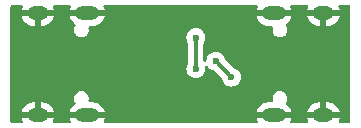
<source format=gbl>
G04 #@! TF.GenerationSoftware,KiCad,Pcbnew,8.0.4*
G04 #@! TF.CreationDate,2024-12-01T16:30:53-06:00*
G04 #@! TF.ProjectId,SuzyQ,53757a79-512e-46b6-9963-61645f706362,1.0*
G04 #@! TF.SameCoordinates,Original*
G04 #@! TF.FileFunction,Copper,L2,Bot*
G04 #@! TF.FilePolarity,Positive*
%FSLAX46Y46*%
G04 Gerber Fmt 4.6, Leading zero omitted, Abs format (unit mm)*
G04 Created by KiCad (PCBNEW 8.0.4) date 2024-12-01 16:30:53*
%MOMM*%
%LPD*%
G01*
G04 APERTURE LIST*
G04 #@! TA.AperFunction,ComponentPad*
%ADD10O,1.800000X1.200000*%
G04 #@! TD*
G04 #@! TA.AperFunction,ComponentPad*
%ADD11O,2.000000X1.200000*%
G04 #@! TD*
G04 #@! TA.AperFunction,ViaPad*
%ADD12C,0.600000*%
G04 #@! TD*
G04 #@! TA.AperFunction,Conductor*
%ADD13C,0.300000*%
G04 #@! TD*
G04 APERTURE END LIST*
D10*
X136000000Y-91830000D03*
X136000000Y-83170000D03*
D11*
X131820000Y-83170000D03*
X131820000Y-91830000D03*
X116010000Y-83170000D03*
X116010000Y-91830000D03*
D10*
X111830000Y-91830000D03*
X111830000Y-83170000D03*
D12*
X126900000Y-87250000D03*
X128200000Y-88600000D03*
X125200000Y-85250000D03*
X125200000Y-87900000D03*
D13*
X125200000Y-87900000D02*
X125200000Y-85250000D01*
X128200000Y-88600000D02*
X128200000Y-88550000D01*
X128200000Y-88550000D02*
X126900000Y-87250000D01*
G04 #@! TA.AperFunction,Conductor*
G36*
X110501258Y-82520185D02*
G01*
X110547013Y-82572989D01*
X110556957Y-82642147D01*
X110544704Y-82680795D01*
X110510591Y-82747744D01*
X110457085Y-82912415D01*
X110455884Y-82919999D01*
X110455885Y-82920000D01*
X111214316Y-82920000D01*
X111209921Y-82924395D01*
X111157260Y-83015606D01*
X111130001Y-83117339D01*
X111130001Y-83222661D01*
X111157260Y-83324394D01*
X111209921Y-83415605D01*
X111214316Y-83420000D01*
X110455885Y-83420000D01*
X110457085Y-83427584D01*
X110510591Y-83592255D01*
X110589195Y-83746524D01*
X110690967Y-83886602D01*
X110813397Y-84009032D01*
X110953475Y-84110804D01*
X111107742Y-84189408D01*
X111272415Y-84242914D01*
X111443429Y-84270000D01*
X111580000Y-84270000D01*
X111580000Y-83569999D01*
X112080000Y-83569999D01*
X112080000Y-84270000D01*
X112216571Y-84270000D01*
X112387584Y-84242914D01*
X112552257Y-84189408D01*
X112706524Y-84110804D01*
X112846602Y-84009032D01*
X112969032Y-83886602D01*
X113070804Y-83746524D01*
X113149408Y-83592255D01*
X113202914Y-83427584D01*
X113204115Y-83420000D01*
X112445684Y-83420000D01*
X112450079Y-83415605D01*
X112502740Y-83324394D01*
X112529999Y-83222661D01*
X112529999Y-83117339D01*
X112502740Y-83015606D01*
X112450079Y-82924395D01*
X112445684Y-82920000D01*
X113204115Y-82920000D01*
X113204115Y-82919999D01*
X113202914Y-82912415D01*
X113149408Y-82747744D01*
X113115296Y-82680795D01*
X113102400Y-82612126D01*
X113128676Y-82547386D01*
X113185782Y-82507128D01*
X113225781Y-82500500D01*
X114514219Y-82500500D01*
X114581258Y-82520185D01*
X114627013Y-82572989D01*
X114636957Y-82642147D01*
X114624704Y-82680795D01*
X114590591Y-82747744D01*
X114537085Y-82912415D01*
X114535884Y-82919999D01*
X114535885Y-82920000D01*
X115294304Y-82920000D01*
X115289909Y-82924395D01*
X115237248Y-83015606D01*
X115209989Y-83117339D01*
X115209989Y-83222661D01*
X115237248Y-83324394D01*
X115289909Y-83415605D01*
X115294304Y-83420000D01*
X114535885Y-83420000D01*
X114537085Y-83427584D01*
X114590591Y-83592255D01*
X114669195Y-83746524D01*
X114770967Y-83886602D01*
X114893401Y-84009036D01*
X114971427Y-84065724D01*
X115014094Y-84121054D01*
X115020073Y-84190667D01*
X115001646Y-84234933D01*
X114955691Y-84303709D01*
X114955687Y-84303716D01*
X114908538Y-84417545D01*
X114908535Y-84417555D01*
X114884500Y-84538389D01*
X114884500Y-84661610D01*
X114908535Y-84782444D01*
X114908538Y-84782454D01*
X114955687Y-84896283D01*
X114955692Y-84896292D01*
X115024141Y-84998732D01*
X115024144Y-84998736D01*
X115111263Y-85085855D01*
X115111267Y-85085858D01*
X115213707Y-85154307D01*
X115213713Y-85154310D01*
X115213714Y-85154311D01*
X115327548Y-85201463D01*
X115448389Y-85225499D01*
X115448393Y-85225500D01*
X115448394Y-85225500D01*
X115571607Y-85225500D01*
X115571608Y-85225499D01*
X115692452Y-85201463D01*
X115806286Y-85154311D01*
X115908733Y-85085858D01*
X115995858Y-84998733D01*
X116064311Y-84896286D01*
X116111463Y-84782452D01*
X116135500Y-84661606D01*
X116135500Y-84538394D01*
X116111591Y-84418191D01*
X116117818Y-84348599D01*
X116160682Y-84293422D01*
X116226571Y-84270178D01*
X116233208Y-84270000D01*
X116496571Y-84270000D01*
X116667584Y-84242914D01*
X116832257Y-84189408D01*
X116986524Y-84110804D01*
X117126602Y-84009032D01*
X117249032Y-83886602D01*
X117350804Y-83746524D01*
X117429408Y-83592255D01*
X117482914Y-83427584D01*
X117484115Y-83420000D01*
X116725696Y-83420000D01*
X116730091Y-83415605D01*
X116782752Y-83324394D01*
X116810011Y-83222661D01*
X116810011Y-83117339D01*
X116782752Y-83015606D01*
X116730091Y-82924395D01*
X116725696Y-82920000D01*
X117484115Y-82920000D01*
X117484115Y-82919999D01*
X117482914Y-82912415D01*
X117429408Y-82747744D01*
X117395296Y-82680795D01*
X117382400Y-82612126D01*
X117408676Y-82547386D01*
X117465782Y-82507128D01*
X117505781Y-82500500D01*
X130324219Y-82500500D01*
X130391258Y-82520185D01*
X130437013Y-82572989D01*
X130446957Y-82642147D01*
X130434704Y-82680795D01*
X130400591Y-82747744D01*
X130347085Y-82912415D01*
X130345884Y-82919999D01*
X130345885Y-82920000D01*
X131104329Y-82920000D01*
X131099934Y-82924395D01*
X131047273Y-83015606D01*
X131020014Y-83117339D01*
X131020014Y-83222661D01*
X131047273Y-83324394D01*
X131099934Y-83415605D01*
X131104329Y-83420000D01*
X130345885Y-83420000D01*
X130347085Y-83427584D01*
X130400591Y-83592255D01*
X130479195Y-83746524D01*
X130580967Y-83886602D01*
X130703397Y-84009032D01*
X130843475Y-84110804D01*
X130997742Y-84189408D01*
X131162415Y-84242914D01*
X131333429Y-84270000D01*
X131596792Y-84270000D01*
X131663831Y-84289685D01*
X131709586Y-84342489D01*
X131719530Y-84411647D01*
X131718409Y-84418191D01*
X131694500Y-84538389D01*
X131694500Y-84661610D01*
X131718535Y-84782444D01*
X131718538Y-84782454D01*
X131765687Y-84896283D01*
X131765692Y-84896292D01*
X131834141Y-84998732D01*
X131834144Y-84998736D01*
X131921263Y-85085855D01*
X131921267Y-85085858D01*
X132023707Y-85154307D01*
X132023713Y-85154310D01*
X132023714Y-85154311D01*
X132137548Y-85201463D01*
X132258389Y-85225499D01*
X132258393Y-85225500D01*
X132258394Y-85225500D01*
X132381607Y-85225500D01*
X132381608Y-85225499D01*
X132502452Y-85201463D01*
X132616286Y-85154311D01*
X132718733Y-85085858D01*
X132805858Y-84998733D01*
X132874311Y-84896286D01*
X132921463Y-84782452D01*
X132945500Y-84661606D01*
X132945500Y-84538394D01*
X132921463Y-84417548D01*
X132874311Y-84303714D01*
X132874308Y-84303709D01*
X132874307Y-84303707D01*
X132828354Y-84234934D01*
X132807476Y-84168257D01*
X132825960Y-84100876D01*
X132858572Y-84065724D01*
X132936598Y-84009036D01*
X133059032Y-83886602D01*
X133160804Y-83746524D01*
X133239408Y-83592255D01*
X133292914Y-83427584D01*
X133294115Y-83420000D01*
X132535671Y-83420000D01*
X132540066Y-83415605D01*
X132592727Y-83324394D01*
X132619986Y-83222661D01*
X132619986Y-83117339D01*
X132592727Y-83015606D01*
X132540066Y-82924395D01*
X132535671Y-82920000D01*
X133294115Y-82920000D01*
X133294115Y-82919999D01*
X133292914Y-82912415D01*
X133239408Y-82747744D01*
X133205296Y-82680795D01*
X133192400Y-82612126D01*
X133218676Y-82547386D01*
X133275782Y-82507128D01*
X133315781Y-82500500D01*
X134604219Y-82500500D01*
X134671258Y-82520185D01*
X134717013Y-82572989D01*
X134726957Y-82642147D01*
X134714704Y-82680795D01*
X134680591Y-82747744D01*
X134627085Y-82912415D01*
X134625884Y-82919999D01*
X134625885Y-82920000D01*
X135384316Y-82920000D01*
X135379921Y-82924395D01*
X135327260Y-83015606D01*
X135300001Y-83117339D01*
X135300001Y-83222661D01*
X135327260Y-83324394D01*
X135379921Y-83415605D01*
X135384316Y-83420000D01*
X134625885Y-83420000D01*
X134627085Y-83427584D01*
X134680591Y-83592255D01*
X134759195Y-83746524D01*
X134860967Y-83886602D01*
X134983397Y-84009032D01*
X135123475Y-84110804D01*
X135277742Y-84189408D01*
X135442415Y-84242914D01*
X135613429Y-84270000D01*
X135750000Y-84270000D01*
X135750000Y-83569999D01*
X136250000Y-83569999D01*
X136250000Y-84270000D01*
X136386571Y-84270000D01*
X136557584Y-84242914D01*
X136722257Y-84189408D01*
X136876524Y-84110804D01*
X137016602Y-84009032D01*
X137139032Y-83886602D01*
X137240804Y-83746524D01*
X137319408Y-83592255D01*
X137372914Y-83427584D01*
X137374115Y-83420000D01*
X136615684Y-83420000D01*
X136620079Y-83415605D01*
X136672740Y-83324394D01*
X136699999Y-83222661D01*
X136699999Y-83117339D01*
X136672740Y-83015606D01*
X136620079Y-82924395D01*
X136615684Y-82920000D01*
X137374115Y-82920000D01*
X137374115Y-82919999D01*
X137372914Y-82912415D01*
X137319408Y-82747744D01*
X137285296Y-82680795D01*
X137272400Y-82612126D01*
X137298676Y-82547386D01*
X137355782Y-82507128D01*
X137395781Y-82500500D01*
X138165500Y-82500500D01*
X138232539Y-82520185D01*
X138278294Y-82572989D01*
X138289500Y-82624500D01*
X138289500Y-92375500D01*
X138269815Y-92442539D01*
X138217011Y-92488294D01*
X138165500Y-92499500D01*
X137395781Y-92499500D01*
X137328742Y-92479815D01*
X137282987Y-92427011D01*
X137273043Y-92357853D01*
X137285296Y-92319205D01*
X137319408Y-92252255D01*
X137372914Y-92087584D01*
X137374115Y-92080000D01*
X136615684Y-92080000D01*
X136620079Y-92075605D01*
X136672740Y-91984394D01*
X136699999Y-91882661D01*
X136699999Y-91777339D01*
X136672740Y-91675606D01*
X136620079Y-91584395D01*
X136615684Y-91580000D01*
X137374115Y-91580000D01*
X137374115Y-91579999D01*
X137372914Y-91572415D01*
X137319408Y-91407744D01*
X137240804Y-91253475D01*
X137139032Y-91113397D01*
X137016602Y-90990967D01*
X136876524Y-90889195D01*
X136722257Y-90810591D01*
X136557584Y-90757085D01*
X136386571Y-90730000D01*
X136250000Y-90730000D01*
X136250000Y-91430001D01*
X135750000Y-91430001D01*
X135750000Y-90730000D01*
X135613429Y-90730000D01*
X135442415Y-90757085D01*
X135277742Y-90810591D01*
X135123475Y-90889195D01*
X134983397Y-90990967D01*
X134860967Y-91113397D01*
X134759195Y-91253475D01*
X134680591Y-91407744D01*
X134627085Y-91572415D01*
X134625884Y-91579999D01*
X134625885Y-91580000D01*
X135384316Y-91580000D01*
X135379921Y-91584395D01*
X135327260Y-91675606D01*
X135300001Y-91777339D01*
X135300001Y-91882661D01*
X135327260Y-91984394D01*
X135379921Y-92075605D01*
X135384316Y-92080000D01*
X134625885Y-92080000D01*
X134627085Y-92087584D01*
X134680591Y-92252255D01*
X134714704Y-92319205D01*
X134727600Y-92387874D01*
X134701324Y-92452614D01*
X134644218Y-92492872D01*
X134604219Y-92499500D01*
X133315781Y-92499500D01*
X133248742Y-92479815D01*
X133202987Y-92427011D01*
X133193043Y-92357853D01*
X133205296Y-92319205D01*
X133239408Y-92252255D01*
X133292914Y-92087584D01*
X133294115Y-92080000D01*
X132535696Y-92080000D01*
X132540091Y-92075605D01*
X132592752Y-91984394D01*
X132620011Y-91882661D01*
X132620011Y-91777339D01*
X132592752Y-91675606D01*
X132540091Y-91584395D01*
X132535696Y-91580000D01*
X133294115Y-91580000D01*
X133294115Y-91579999D01*
X133292914Y-91572415D01*
X133239408Y-91407744D01*
X133160804Y-91253475D01*
X133059032Y-91113397D01*
X132936602Y-90990967D01*
X132858571Y-90934275D01*
X132815905Y-90878945D01*
X132809926Y-90809332D01*
X132828354Y-90765065D01*
X132874311Y-90696286D01*
X132921463Y-90582452D01*
X132945500Y-90461606D01*
X132945500Y-90338394D01*
X132921463Y-90217548D01*
X132874311Y-90103714D01*
X132874310Y-90103713D01*
X132874307Y-90103707D01*
X132805858Y-90001267D01*
X132805855Y-90001263D01*
X132718736Y-89914144D01*
X132718732Y-89914141D01*
X132616292Y-89845692D01*
X132616283Y-89845687D01*
X132502454Y-89798538D01*
X132502455Y-89798538D01*
X132502452Y-89798537D01*
X132502448Y-89798536D01*
X132502444Y-89798535D01*
X132381610Y-89774500D01*
X132381606Y-89774500D01*
X132258394Y-89774500D01*
X132258389Y-89774500D01*
X132137555Y-89798535D01*
X132137545Y-89798538D01*
X132023716Y-89845687D01*
X132023707Y-89845692D01*
X131921267Y-89914141D01*
X131921263Y-89914144D01*
X131834144Y-90001263D01*
X131834141Y-90001267D01*
X131765692Y-90103707D01*
X131765687Y-90103716D01*
X131718538Y-90217545D01*
X131718535Y-90217555D01*
X131694500Y-90338389D01*
X131694500Y-90461610D01*
X131718409Y-90581809D01*
X131712182Y-90651401D01*
X131669318Y-90706578D01*
X131603429Y-90729822D01*
X131596792Y-90730000D01*
X131333429Y-90730000D01*
X131162415Y-90757085D01*
X130997742Y-90810591D01*
X130843475Y-90889195D01*
X130703397Y-90990967D01*
X130580967Y-91113397D01*
X130479195Y-91253475D01*
X130400591Y-91407744D01*
X130347085Y-91572415D01*
X130345884Y-91579999D01*
X130345885Y-91580000D01*
X131104304Y-91580000D01*
X131099909Y-91584395D01*
X131047248Y-91675606D01*
X131019989Y-91777339D01*
X131019989Y-91882661D01*
X131047248Y-91984394D01*
X131099909Y-92075605D01*
X131104304Y-92080000D01*
X130345885Y-92080000D01*
X130347085Y-92087584D01*
X130400591Y-92252255D01*
X130434704Y-92319205D01*
X130447600Y-92387874D01*
X130421324Y-92452614D01*
X130364218Y-92492872D01*
X130324219Y-92499500D01*
X117505781Y-92499500D01*
X117438742Y-92479815D01*
X117392987Y-92427011D01*
X117383043Y-92357853D01*
X117395296Y-92319205D01*
X117429408Y-92252255D01*
X117482914Y-92087584D01*
X117484115Y-92080000D01*
X116725671Y-92080000D01*
X116730066Y-92075605D01*
X116782727Y-91984394D01*
X116809986Y-91882661D01*
X116809986Y-91777339D01*
X116782727Y-91675606D01*
X116730066Y-91584395D01*
X116725671Y-91580000D01*
X117484115Y-91580000D01*
X117484115Y-91579999D01*
X117482914Y-91572415D01*
X117429408Y-91407744D01*
X117350804Y-91253475D01*
X117249032Y-91113397D01*
X117126602Y-90990967D01*
X116986524Y-90889195D01*
X116832257Y-90810591D01*
X116667584Y-90757085D01*
X116496571Y-90730000D01*
X116233208Y-90730000D01*
X116166169Y-90710315D01*
X116120414Y-90657511D01*
X116110470Y-90588353D01*
X116111591Y-90581809D01*
X116135499Y-90461610D01*
X116135500Y-90461607D01*
X116135500Y-90338393D01*
X116135499Y-90338389D01*
X116111464Y-90217555D01*
X116111463Y-90217548D01*
X116064311Y-90103714D01*
X116064310Y-90103713D01*
X116064307Y-90103707D01*
X115995858Y-90001267D01*
X115995855Y-90001263D01*
X115908736Y-89914144D01*
X115908732Y-89914141D01*
X115806292Y-89845692D01*
X115806283Y-89845687D01*
X115692454Y-89798538D01*
X115692455Y-89798538D01*
X115692452Y-89798537D01*
X115692448Y-89798536D01*
X115692444Y-89798535D01*
X115571610Y-89774500D01*
X115571606Y-89774500D01*
X115448394Y-89774500D01*
X115448389Y-89774500D01*
X115327555Y-89798535D01*
X115327545Y-89798538D01*
X115213716Y-89845687D01*
X115213707Y-89845692D01*
X115111267Y-89914141D01*
X115111263Y-89914144D01*
X115024144Y-90001263D01*
X115024141Y-90001267D01*
X114955692Y-90103707D01*
X114955687Y-90103716D01*
X114908538Y-90217545D01*
X114908535Y-90217555D01*
X114884500Y-90338389D01*
X114884500Y-90461610D01*
X114908535Y-90582444D01*
X114908538Y-90582454D01*
X114955687Y-90696283D01*
X114955692Y-90696292D01*
X115001645Y-90765065D01*
X115022523Y-90831743D01*
X115004038Y-90899123D01*
X114971428Y-90934274D01*
X114893404Y-90990961D01*
X114893399Y-90990965D01*
X114770967Y-91113397D01*
X114669195Y-91253475D01*
X114590591Y-91407744D01*
X114537085Y-91572415D01*
X114535884Y-91579999D01*
X114535885Y-91580000D01*
X115294329Y-91580000D01*
X115289934Y-91584395D01*
X115237273Y-91675606D01*
X115210014Y-91777339D01*
X115210014Y-91882661D01*
X115237273Y-91984394D01*
X115289934Y-92075605D01*
X115294329Y-92080000D01*
X114535885Y-92080000D01*
X114537085Y-92087584D01*
X114590591Y-92252255D01*
X114624704Y-92319205D01*
X114637600Y-92387874D01*
X114611324Y-92452614D01*
X114554218Y-92492872D01*
X114514219Y-92499500D01*
X113225781Y-92499500D01*
X113158742Y-92479815D01*
X113112987Y-92427011D01*
X113103043Y-92357853D01*
X113115296Y-92319205D01*
X113149408Y-92252255D01*
X113202914Y-92087584D01*
X113204115Y-92080000D01*
X112445684Y-92080000D01*
X112450079Y-92075605D01*
X112502740Y-91984394D01*
X112529999Y-91882661D01*
X112529999Y-91777339D01*
X112502740Y-91675606D01*
X112450079Y-91584395D01*
X112445684Y-91580000D01*
X113204115Y-91580000D01*
X113204115Y-91579999D01*
X113202914Y-91572415D01*
X113149408Y-91407744D01*
X113070804Y-91253475D01*
X112969032Y-91113397D01*
X112846602Y-90990967D01*
X112706524Y-90889195D01*
X112552257Y-90810591D01*
X112387584Y-90757085D01*
X112216571Y-90730000D01*
X112080000Y-90730000D01*
X112080000Y-91430001D01*
X111580000Y-91430001D01*
X111580000Y-90730000D01*
X111443429Y-90730000D01*
X111272415Y-90757085D01*
X111107742Y-90810591D01*
X110953475Y-90889195D01*
X110813397Y-90990967D01*
X110690967Y-91113397D01*
X110589195Y-91253475D01*
X110510591Y-91407744D01*
X110457085Y-91572415D01*
X110455884Y-91579999D01*
X110455885Y-91580000D01*
X111214316Y-91580000D01*
X111209921Y-91584395D01*
X111157260Y-91675606D01*
X111130001Y-91777339D01*
X111130001Y-91882661D01*
X111157260Y-91984394D01*
X111209921Y-92075605D01*
X111214316Y-92080000D01*
X110455885Y-92080000D01*
X110457085Y-92087584D01*
X110510591Y-92252255D01*
X110544704Y-92319205D01*
X110557600Y-92387874D01*
X110531324Y-92452614D01*
X110474218Y-92492872D01*
X110434219Y-92499500D01*
X109624500Y-92499500D01*
X109557461Y-92479815D01*
X109511706Y-92427011D01*
X109500500Y-92375500D01*
X109500500Y-85249996D01*
X124394435Y-85249996D01*
X124394435Y-85250003D01*
X124414630Y-85429249D01*
X124414631Y-85429254D01*
X124474211Y-85599524D01*
X124530493Y-85689094D01*
X124549500Y-85755067D01*
X124549500Y-87394931D01*
X124530494Y-87460903D01*
X124474211Y-87550477D01*
X124474209Y-87550481D01*
X124414633Y-87720737D01*
X124414630Y-87720750D01*
X124394435Y-87899996D01*
X124394435Y-87900003D01*
X124414630Y-88079249D01*
X124414631Y-88079254D01*
X124474211Y-88249523D01*
X124570184Y-88402262D01*
X124697738Y-88529816D01*
X124850478Y-88625789D01*
X125020745Y-88685368D01*
X125020750Y-88685369D01*
X125199996Y-88705565D01*
X125200000Y-88705565D01*
X125200004Y-88705565D01*
X125379249Y-88685369D01*
X125379252Y-88685368D01*
X125379255Y-88685368D01*
X125549522Y-88625789D01*
X125702262Y-88529816D01*
X125829816Y-88402262D01*
X125925789Y-88249522D01*
X125985368Y-88079255D01*
X125997026Y-87975788D01*
X126005565Y-87900003D01*
X126005565Y-87899997D01*
X125988291Y-87746689D01*
X126000345Y-87677867D01*
X126047694Y-87626487D01*
X126115305Y-87608863D01*
X126181710Y-87630589D01*
X126216504Y-87666832D01*
X126270182Y-87752260D01*
X126270184Y-87752262D01*
X126397738Y-87879816D01*
X126488080Y-87936582D01*
X126541557Y-87970184D01*
X126550478Y-87975789D01*
X126720745Y-88035368D01*
X126727974Y-88036182D01*
X126792388Y-88063246D01*
X126801776Y-88071722D01*
X127371928Y-88641874D01*
X127405413Y-88703197D01*
X127407467Y-88715671D01*
X127414630Y-88779250D01*
X127414631Y-88779254D01*
X127474211Y-88949523D01*
X127570184Y-89102262D01*
X127697738Y-89229816D01*
X127850478Y-89325789D01*
X128020745Y-89385368D01*
X128020750Y-89385369D01*
X128199996Y-89405565D01*
X128200000Y-89405565D01*
X128200004Y-89405565D01*
X128379249Y-89385369D01*
X128379252Y-89385368D01*
X128379255Y-89385368D01*
X128549522Y-89325789D01*
X128702262Y-89229816D01*
X128829816Y-89102262D01*
X128925789Y-88949522D01*
X128985368Y-88779255D01*
X128993938Y-88703197D01*
X129005565Y-88600003D01*
X129005565Y-88599996D01*
X128985369Y-88420750D01*
X128985368Y-88420745D01*
X128925789Y-88250478D01*
X128925188Y-88249522D01*
X128829815Y-88097737D01*
X128702262Y-87970184D01*
X128549519Y-87874209D01*
X128414154Y-87826842D01*
X128367428Y-87797482D01*
X127721722Y-87151776D01*
X127688237Y-87090453D01*
X127686182Y-87077973D01*
X127685368Y-87070745D01*
X127625789Y-86900478D01*
X127529816Y-86747738D01*
X127402262Y-86620184D01*
X127249523Y-86524211D01*
X127079254Y-86464631D01*
X127079249Y-86464630D01*
X126900004Y-86444435D01*
X126899996Y-86444435D01*
X126720750Y-86464630D01*
X126720745Y-86464631D01*
X126550476Y-86524211D01*
X126397737Y-86620184D01*
X126270184Y-86747737D01*
X126174211Y-86900476D01*
X126114631Y-87070745D01*
X126114630Y-87070750D01*
X126097720Y-87220840D01*
X126070654Y-87285254D01*
X126013059Y-87324810D01*
X125943222Y-87326947D01*
X125883316Y-87290989D01*
X125852360Y-87228351D01*
X125850500Y-87206957D01*
X125850500Y-85755067D01*
X125869507Y-85689094D01*
X125925788Y-85599524D01*
X125985368Y-85429254D01*
X125985369Y-85429249D01*
X126005565Y-85250003D01*
X126005565Y-85249996D01*
X125985369Y-85070750D01*
X125985368Y-85070745D01*
X125960170Y-84998733D01*
X125925789Y-84900478D01*
X125829816Y-84747738D01*
X125702262Y-84620184D01*
X125549523Y-84524211D01*
X125379254Y-84464631D01*
X125379249Y-84464630D01*
X125200004Y-84444435D01*
X125199996Y-84444435D01*
X125020750Y-84464630D01*
X125020745Y-84464631D01*
X124850476Y-84524211D01*
X124697737Y-84620184D01*
X124570184Y-84747737D01*
X124474211Y-84900476D01*
X124414631Y-85070745D01*
X124414630Y-85070750D01*
X124394435Y-85249996D01*
X109500500Y-85249996D01*
X109500500Y-82624500D01*
X109520185Y-82557461D01*
X109572989Y-82511706D01*
X109624500Y-82500500D01*
X110434219Y-82500500D01*
X110501258Y-82520185D01*
G37*
G04 #@! TD.AperFunction*
M02*

</source>
